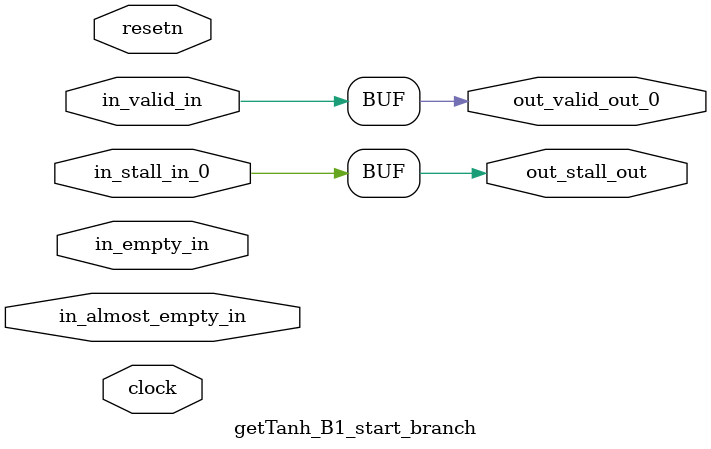
<source format=sv>



(* altera_attribute = "-name AUTO_SHIFT_REGISTER_RECOGNITION OFF; -name MESSAGE_DISABLE 10036; -name MESSAGE_DISABLE 10037; -name MESSAGE_DISABLE 14130; -name MESSAGE_DISABLE 14320; -name MESSAGE_DISABLE 15400; -name MESSAGE_DISABLE 14130; -name MESSAGE_DISABLE 10036; -name MESSAGE_DISABLE 12020; -name MESSAGE_DISABLE 12030; -name MESSAGE_DISABLE 12010; -name MESSAGE_DISABLE 12110; -name MESSAGE_DISABLE 14320; -name MESSAGE_DISABLE 13410; -name MESSAGE_DISABLE 113007; -name MESSAGE_DISABLE 10958" *)
module getTanh_B1_start_branch (
    input wire [0:0] in_almost_empty_in,
    input wire [0:0] in_empty_in,
    input wire [0:0] in_stall_in_0,
    input wire [0:0] in_valid_in,
    output wire [0:0] out_stall_out,
    output wire [0:0] out_valid_out_0,
    input wire clock,
    input wire resetn
    );

    reg [0:0] rst_sync_rst_sclrn;


    // out_stall_out(GPOUT,6)
    assign out_stall_out = in_stall_in_0;

    // out_valid_out_0(GPOUT,7)
    assign out_valid_out_0 = in_valid_in;

    // rst_sync(RESETSYNC,8)
    acl_reset_handler #(
        .ASYNC_RESET(0),
        .USE_SYNCHRONIZER(1),
        .PULSE_EXTENSION(0),
        .PIPE_DEPTH(3),
        .DUPLICATE(1)
    ) therst_sync (
        .clk(clock),
        .i_resetn(resetn),
        .o_sclrn(rst_sync_rst_sclrn)
    );

endmodule

</source>
